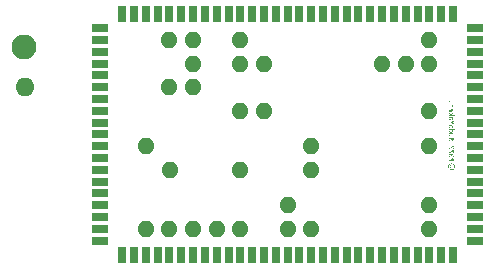
<source format=gbs>
G04 Layer: BottomSolderMaskLayer*
G04 EasyEDA v6.5.21, 2022-10-22 16:28:30*
G04 167bdced229c4b2ca01845534b4d4eab,294cf934c43b457281b0b0dcd80bbfec,10*
G04 Gerber Generator version 0.2*
G04 Scale: 100 percent, Rotated: No, Reflected: No *
G04 Dimensions in millimeters *
G04 leading zeros omitted , absolute positions ,4 integer and 5 decimal *
%FSLAX45Y45*%
%MOMM*%

%AMMACRO1*1,1,$1,$2,$3*1,1,$1,$4,$5*1,1,$1,0-$2,0-$3*1,1,$1,0-$4,0-$5*20,1,$1,$2,$3,$4,$5,0*20,1,$1,$4,$5,0-$2,0-$3,0*20,1,$1,0-$2,0-$3,0-$4,0-$5,0*20,1,$1,0-$4,0-$5,$2,$3,0*4,1,4,$2,$3,$4,$5,0-$2,0-$3,0-$4,0-$5,$2,$3,0*%
%ADD10O,2.101596X2.101596*%
%ADD11O,1.4315948X1.4315948*%
%ADD12O,1.6015970000000002X1.6015970000000002*%
%ADD13MACRO1,0.1016X-0.3X0.6X0.3X0.6*%
%ADD14MACRO1,0.1016X-0.6X-0.3X-0.6X0.3*%
%ADD15MACRO1,0.1016X0.3X-0.6X-0.3X-0.6*%
%ADD16C,0.0131*%

%LPD*%
G36*
X2467610Y-45516D02*
G01*
X2461412Y-46075D01*
X2455875Y-47701D01*
X2450998Y-50241D01*
X2446883Y-53644D01*
X2443581Y-57708D01*
X2441143Y-62331D01*
X2439670Y-67462D01*
X2439162Y-72948D01*
X2442464Y-72948D01*
X2442921Y-68224D01*
X2444292Y-63754D01*
X2446477Y-59690D01*
X2449423Y-56184D01*
X2453030Y-53238D01*
X2457348Y-51003D01*
X2462225Y-49580D01*
X2467610Y-49072D01*
X2472893Y-49580D01*
X2477668Y-51003D01*
X2481884Y-53238D01*
X2485440Y-56184D01*
X2488336Y-59690D01*
X2490470Y-63754D01*
X2491790Y-68224D01*
X2492248Y-72948D01*
X2491790Y-77622D01*
X2490470Y-81991D01*
X2488336Y-86004D01*
X2485440Y-89560D01*
X2481884Y-92456D01*
X2477668Y-94691D01*
X2472893Y-96113D01*
X2467610Y-96570D01*
X2462225Y-96113D01*
X2457348Y-94691D01*
X2453030Y-92456D01*
X2449423Y-89509D01*
X2446477Y-86004D01*
X2444292Y-81991D01*
X2442921Y-77622D01*
X2442464Y-72948D01*
X2439162Y-72948D01*
X2439670Y-78384D01*
X2441143Y-83413D01*
X2443581Y-88036D01*
X2446883Y-92100D01*
X2450998Y-95402D01*
X2455875Y-97942D01*
X2461412Y-99568D01*
X2467610Y-100126D01*
X2473756Y-99568D01*
X2479243Y-97942D01*
X2484018Y-95402D01*
X2488031Y-92100D01*
X2491232Y-88036D01*
X2493619Y-83413D01*
X2495042Y-78384D01*
X2495550Y-72948D01*
X2495042Y-67462D01*
X2493568Y-62331D01*
X2491181Y-57708D01*
X2487930Y-53644D01*
X2483916Y-50241D01*
X2479141Y-47701D01*
X2473706Y-46075D01*
G37*
G36*
X2455672Y-60756D02*
G01*
X2453741Y-63144D01*
X2452217Y-65735D01*
X2451201Y-68681D01*
X2450846Y-72186D01*
X2451963Y-78232D01*
X2455214Y-83058D01*
X2460498Y-86258D01*
X2467610Y-87426D01*
X2474264Y-86156D01*
X2479294Y-82753D01*
X2482494Y-77774D01*
X2483612Y-71932D01*
X2483256Y-68630D01*
X2482240Y-65887D01*
X2480716Y-63550D01*
X2478786Y-61518D01*
X2475738Y-64058D01*
X2477262Y-65887D01*
X2478379Y-67665D01*
X2479040Y-69596D01*
X2479294Y-71678D01*
X2478430Y-76047D01*
X2475992Y-79400D01*
X2472334Y-81584D01*
X2467610Y-82346D01*
X2462428Y-81635D01*
X2458516Y-79552D01*
X2456027Y-76250D01*
X2455164Y-71932D01*
X2455418Y-69291D01*
X2456180Y-67005D01*
X2457399Y-64973D01*
X2458974Y-63042D01*
G37*
G36*
X2449271Y480517D02*
G01*
X2447340Y480212D01*
X2445461Y479247D01*
X2444343Y477520D01*
X2443937Y475437D01*
X2444343Y473354D01*
X2445461Y471627D01*
X2447340Y470662D01*
X2449271Y470357D01*
X2451252Y470662D01*
X2453081Y471627D01*
X2454249Y473354D01*
X2454605Y475437D01*
X2454249Y477520D01*
X2453081Y479247D01*
X2451252Y480212D01*
G37*
G36*
X2476957Y453593D02*
G01*
X2471877Y452577D01*
X2472486Y450443D01*
X2472893Y445719D01*
X2472842Y442671D01*
X2472182Y438353D01*
X2471623Y436067D01*
X2444699Y436067D01*
X2444699Y430479D01*
X2475433Y430479D01*
X2476550Y434035D01*
X2477363Y437591D01*
X2477820Y441147D01*
X2477973Y445820D01*
X2477566Y450088D01*
G37*
G36*
X2459431Y419811D02*
G01*
X2459431Y413969D01*
X2466035Y413816D01*
X2467813Y413410D01*
X2469337Y412699D01*
X2471724Y410565D01*
X2472537Y409194D01*
X2472994Y407619D01*
X2473096Y404876D01*
X2472740Y403098D01*
X2471978Y401523D01*
X2470962Y400151D01*
X2469692Y398881D01*
X2468168Y397865D01*
X2466543Y397205D01*
X2464003Y396697D01*
X2464003Y413969D01*
X2459431Y413969D01*
X2459431Y396443D01*
X2457043Y396849D01*
X2455011Y397510D01*
X2453233Y398475D01*
X2451811Y399745D01*
X2450693Y401421D01*
X2449931Y403352D01*
X2449423Y405587D01*
X2449423Y412292D01*
X2449830Y414528D01*
X2450795Y416763D01*
X2445715Y417525D01*
X2444140Y410819D01*
X2443937Y407619D01*
X2444242Y403606D01*
X2445207Y400253D01*
X2446731Y397256D01*
X2448763Y394919D01*
X2451252Y393141D01*
X2454097Y391871D01*
X2457348Y390906D01*
X2460955Y390601D01*
X2465019Y391007D01*
X2466898Y391464D01*
X2470048Y392836D01*
X2472740Y394462D01*
X2473909Y395427D01*
X2475687Y397865D01*
X2476957Y400507D01*
X2477719Y403199D01*
X2477973Y406095D01*
X2477719Y409194D01*
X2476957Y411937D01*
X2475687Y414274D01*
X2473909Y416255D01*
X2471623Y417830D01*
X2468778Y418947D01*
X2465374Y419608D01*
G37*
G36*
X2444699Y386283D02*
G01*
X2444699Y379425D01*
X2446985Y377952D01*
X2451506Y374243D01*
X2456484Y368757D01*
X2460447Y363677D01*
X2444699Y363677D01*
X2444699Y357835D01*
X2492197Y357835D01*
X2493213Y363677D01*
X2463749Y363677D01*
X2473706Y375005D01*
X2477211Y378409D01*
X2477211Y385013D01*
X2473604Y381711D01*
X2469845Y377901D01*
X2462479Y369519D01*
X2461056Y371602D01*
X2459177Y373837D01*
X2452014Y380898D01*
X2447086Y384810D01*
G37*
G36*
X2445207Y348183D02*
G01*
X2444445Y342849D01*
X2443946Y335737D01*
X2448763Y335737D01*
X2449271Y342595D01*
X2458923Y342595D01*
X2459685Y339801D01*
X2459634Y334772D01*
X2459126Y331825D01*
X2458059Y329539D01*
X2457145Y328625D01*
X2455976Y328066D01*
X2454351Y327863D01*
X2451760Y328371D01*
X2450795Y329031D01*
X2450033Y329895D01*
X2449118Y332486D01*
X2448763Y335737D01*
X2443946Y335737D01*
X2444445Y330657D01*
X2445969Y326339D01*
X2447442Y324510D01*
X2449271Y323037D01*
X2451557Y322275D01*
X2454351Y322021D01*
X2456942Y322326D01*
X2459177Y323291D01*
X2460853Y324561D01*
X2462225Y326339D01*
X2463292Y328422D01*
X2464003Y330657D01*
X2464409Y333197D01*
X2464358Y339242D01*
X2463749Y342595D01*
X2466746Y342493D01*
X2469489Y341731D01*
X2470607Y341071D01*
X2471674Y339953D01*
X2472385Y338531D01*
X2472944Y336804D01*
X2473147Y334721D01*
X2473045Y331876D01*
X2471877Y326085D01*
X2476703Y325323D01*
X2477160Y326999D01*
X2477871Y332130D01*
X2477973Y335229D01*
X2477719Y338531D01*
X2476957Y341325D01*
X2475992Y343611D01*
X2474671Y345389D01*
X2472791Y346659D01*
X2468219Y347980D01*
X2465527Y348183D01*
G37*
G36*
X2444699Y315671D02*
G01*
X2444699Y310083D01*
X2481021Y309321D01*
X2461209Y302971D01*
X2461209Y297891D01*
X2481021Y291541D01*
X2444699Y290779D01*
X2444699Y285191D01*
X2466797Y286207D01*
X2488133Y288239D01*
X2488133Y293573D01*
X2466543Y300431D01*
X2488133Y307289D01*
X2488133Y312623D01*
X2477820Y313791D01*
X2467051Y314655D01*
G37*
G36*
X2460955Y280111D02*
G01*
X2457348Y279857D01*
X2454097Y279095D01*
X2451150Y277723D01*
X2448763Y276047D01*
X2446731Y273812D01*
X2445207Y271221D01*
X2444242Y268376D01*
X2443937Y265379D01*
X2449271Y265379D01*
X2449474Y267309D01*
X2450033Y268986D01*
X2450998Y270459D01*
X2452319Y271729D01*
X2454097Y272846D01*
X2456129Y273659D01*
X2458415Y274116D01*
X2460955Y274269D01*
X2463596Y274116D01*
X2465933Y273659D01*
X2467914Y272846D01*
X2471064Y270459D01*
X2472080Y268986D01*
X2472690Y267309D01*
X2472893Y265379D01*
X2472690Y263448D01*
X2472080Y261772D01*
X2471064Y260299D01*
X2469591Y259029D01*
X2467914Y258013D01*
X2465933Y257302D01*
X2463596Y256895D01*
X2460955Y256743D01*
X2458415Y256895D01*
X2456129Y257302D01*
X2454097Y258013D01*
X2452319Y259029D01*
X2450998Y260299D01*
X2450033Y261772D01*
X2449474Y263448D01*
X2449271Y265379D01*
X2443937Y265379D01*
X2444242Y262280D01*
X2445207Y259537D01*
X2446731Y256946D01*
X2448763Y254711D01*
X2451150Y253085D01*
X2454097Y251663D01*
X2457348Y250901D01*
X2460955Y250647D01*
X2464663Y250901D01*
X2468067Y251663D01*
X2470912Y253085D01*
X2473401Y254711D01*
X2475230Y256946D01*
X2476703Y259537D01*
X2477668Y262280D01*
X2477973Y265379D01*
X2477668Y268376D01*
X2476703Y271221D01*
X2475280Y273812D01*
X2473401Y276047D01*
X2470912Y277723D01*
X2468067Y279095D01*
X2464663Y279857D01*
G37*
G36*
X2445715Y243027D02*
G01*
X2444445Y238201D01*
X2443937Y231343D01*
X2449271Y231343D01*
X2449423Y235610D01*
X2449779Y237185D01*
X2470353Y237185D01*
X2471318Y235915D01*
X2472740Y232308D01*
X2472893Y230327D01*
X2472639Y228193D01*
X2471877Y226263D01*
X2470912Y224891D01*
X2469591Y223723D01*
X2465781Y222199D01*
X2460955Y221691D01*
X2458313Y221843D01*
X2456027Y222351D01*
X2453995Y223113D01*
X2452319Y224231D01*
X2450998Y225755D01*
X2450033Y227431D01*
X2449474Y229311D01*
X2449271Y231343D01*
X2443937Y231343D01*
X2444242Y227990D01*
X2445207Y224993D01*
X2446528Y222199D01*
X2448509Y219913D01*
X2450998Y218135D01*
X2453843Y216865D01*
X2457297Y215900D01*
X2460955Y215595D01*
X2464562Y215849D01*
X2467813Y216611D01*
X2470658Y217830D01*
X2473147Y219405D01*
X2475179Y221386D01*
X2476703Y223723D01*
X2477668Y226466D01*
X2477973Y229565D01*
X2477871Y232003D01*
X2477465Y234137D01*
X2475941Y237185D01*
X2492197Y237185D01*
X2493213Y243027D01*
G37*
G36*
X2445715Y207975D02*
G01*
X2444140Y199542D01*
X2443937Y195529D01*
X2444242Y192227D01*
X2445207Y189433D01*
X2446477Y187147D01*
X2448255Y185369D01*
X2450439Y184099D01*
X2452827Y183337D01*
X2455773Y182778D01*
X2458923Y182575D01*
X2477211Y182575D01*
X2477211Y188417D01*
X2457399Y188518D01*
X2455011Y188874D01*
X2453081Y189433D01*
X2451557Y190195D01*
X2450592Y191262D01*
X2449880Y192633D01*
X2449423Y194310D01*
X2449271Y199847D01*
X2449779Y202133D01*
X2477211Y202133D01*
X2477211Y207975D01*
G37*
G36*
X2455621Y173939D02*
G01*
X2452979Y173685D01*
X2450693Y172974D01*
X2448661Y171805D01*
X2446985Y170129D01*
X2445664Y168046D01*
X2444699Y165506D01*
X2444140Y162560D01*
X2444089Y155905D01*
X2444750Y152146D01*
X2446731Y146761D01*
X2451557Y148539D01*
X2449779Y152603D01*
X2449017Y155651D01*
X2448763Y159207D01*
X2448864Y161340D01*
X2449220Y163220D01*
X2449779Y164795D01*
X2450541Y166065D01*
X2451455Y167081D01*
X2452573Y167792D01*
X2453995Y168198D01*
X2456586Y168300D01*
X2458262Y167944D01*
X2459685Y167081D01*
X2460955Y165912D01*
X2463495Y162001D01*
X2467356Y153517D01*
X2470048Y150368D01*
X2471674Y149250D01*
X2474620Y148031D01*
X2476957Y147777D01*
X2479700Y148031D01*
X2482088Y148691D01*
X2484170Y149809D01*
X2485847Y151333D01*
X2487320Y153314D01*
X2488336Y155600D01*
X2488946Y158242D01*
X2489149Y162153D01*
X2488742Y165658D01*
X2487117Y171145D01*
X2486355Y172415D01*
X2481529Y170637D01*
X2483307Y166827D01*
X2483916Y164185D01*
X2484069Y161239D01*
X2483713Y158394D01*
X2482545Y155905D01*
X2481681Y154889D01*
X2480614Y154178D01*
X2479294Y153771D01*
X2476855Y153670D01*
X2474671Y154127D01*
X2472944Y155397D01*
X2471267Y157937D01*
X2467610Y165760D01*
X2466390Y167944D01*
X2465019Y169824D01*
X2462631Y172161D01*
X2460701Y173177D01*
X2458415Y173736D01*
G37*
G36*
X2444699Y104089D02*
G01*
X2444699Y77927D01*
X2446223Y77673D01*
X2449118Y77927D01*
X2451557Y78689D01*
X2456383Y81229D01*
X2460701Y84785D01*
X2468321Y92151D01*
X2471267Y94538D01*
X2474417Y96062D01*
X2475941Y96418D01*
X2477668Y96418D01*
X2479344Y96062D01*
X2481783Y94691D01*
X2483307Y92506D01*
X2483764Y90576D01*
X2483662Y86512D01*
X2483307Y85039D01*
X2481529Y81889D01*
X2479751Y79705D01*
X2483815Y76911D01*
X2485339Y78689D01*
X2487117Y81229D01*
X2488946Y86868D01*
X2489149Y89103D01*
X2488946Y92202D01*
X2488336Y94894D01*
X2487320Y97180D01*
X2485847Y99009D01*
X2484170Y100482D01*
X2482088Y101498D01*
X2479700Y102108D01*
X2475839Y102260D01*
X2473706Y101904D01*
X2471623Y101041D01*
X2465527Y96824D01*
X2454351Y86461D01*
X2450795Y84277D01*
X2449525Y84023D01*
X2449525Y104089D01*
G37*
G36*
X2444699Y69037D02*
G01*
X2444699Y42875D01*
X2446223Y42621D01*
X2449118Y42875D01*
X2451557Y43637D01*
X2456383Y46177D01*
X2460701Y49733D01*
X2469845Y58521D01*
X2471267Y59639D01*
X2474417Y61010D01*
X2475941Y61366D01*
X2477668Y61417D01*
X2479344Y61163D01*
X2481224Y60096D01*
X2482291Y59131D01*
X2483561Y56845D01*
X2483815Y54813D01*
X2483561Y50749D01*
X2483002Y49276D01*
X2481173Y46431D01*
X2479751Y44653D01*
X2483815Y41859D01*
X2485339Y43637D01*
X2487117Y46177D01*
X2488946Y51816D01*
X2489149Y54051D01*
X2488946Y57251D01*
X2488336Y59943D01*
X2487320Y62179D01*
X2485847Y63957D01*
X2484170Y65430D01*
X2482088Y66446D01*
X2479700Y67056D01*
X2475839Y67208D01*
X2473706Y66852D01*
X2471623Y65989D01*
X2468575Y64211D01*
X2462580Y59080D01*
X2456637Y53340D01*
X2454351Y51409D01*
X2452065Y49987D01*
X2450795Y49428D01*
X2449525Y49225D01*
X2449525Y69037D01*
G37*
G36*
X2466543Y34747D02*
G01*
X2461412Y34493D01*
X2456891Y33782D01*
X2453030Y32613D01*
X2449779Y30937D01*
X2447239Y28956D01*
X2445410Y26568D01*
X2444292Y23774D01*
X2443937Y20523D01*
X2449017Y20523D01*
X2449322Y22606D01*
X2450287Y24333D01*
X2452014Y25857D01*
X2454097Y26873D01*
X2456637Y27787D01*
X2463038Y28803D01*
X2468321Y28905D01*
X2471623Y28651D01*
X2474722Y28143D01*
X2477516Y27381D01*
X2479852Y26416D01*
X2481732Y25146D01*
X2483104Y23520D01*
X2483764Y21640D01*
X2483764Y19304D01*
X2483104Y17272D01*
X2481732Y15646D01*
X2479852Y14376D01*
X2477516Y13462D01*
X2474722Y12700D01*
X2471623Y12192D01*
X2468321Y11938D01*
X2464816Y11938D01*
X2461361Y12192D01*
X2458110Y12700D01*
X2455316Y13462D01*
X2453030Y14376D01*
X2451100Y15646D01*
X2449728Y17272D01*
X2449118Y19304D01*
X2449017Y20523D01*
X2443937Y20523D01*
X2444292Y17272D01*
X2445410Y14427D01*
X2447239Y11938D01*
X2449779Y9855D01*
X2453030Y8178D01*
X2456891Y7010D01*
X2461412Y6299D01*
X2466543Y6045D01*
X2471674Y6299D01*
X2476195Y7010D01*
X2480056Y8178D01*
X2483307Y9855D01*
X2485898Y11938D01*
X2487676Y14427D01*
X2488793Y17272D01*
X2489149Y20523D01*
X2488793Y23774D01*
X2487676Y26568D01*
X2485898Y28956D01*
X2483307Y30937D01*
X2480056Y32613D01*
X2476195Y33782D01*
X2471674Y34493D01*
G37*
G36*
X2467305Y24587D02*
G01*
X2465476Y24282D01*
X2464003Y23317D01*
X2463038Y22098D01*
X2462733Y20523D01*
X2463038Y18897D01*
X2464003Y17475D01*
X2465476Y16713D01*
X2467305Y16459D01*
X2468981Y16713D01*
X2470353Y17475D01*
X2471521Y18897D01*
X2471877Y20523D01*
X2471521Y22098D01*
X2469692Y23876D01*
X2468168Y24536D01*
G37*
G36*
X2444699Y-1066D02*
G01*
X2444699Y-27228D01*
X2447696Y-27178D01*
X2450388Y-26670D01*
X2455214Y-24384D01*
X2459685Y-21234D01*
X2468321Y-12750D01*
X2471267Y-10464D01*
X2474417Y-8940D01*
X2475941Y-8686D01*
X2478582Y-8788D01*
X2480005Y-9194D01*
X2481224Y-9804D01*
X2482291Y-10718D01*
X2483561Y-13004D01*
X2483815Y-15290D01*
X2483561Y-19354D01*
X2482291Y-21894D01*
X2479751Y-25196D01*
X2483815Y-27990D01*
X2484983Y-26924D01*
X2486710Y-24434D01*
X2488742Y-19202D01*
X2489098Y-17170D01*
X2488946Y-12852D01*
X2488336Y-10058D01*
X2487320Y-7772D01*
X2485847Y-5892D01*
X2484170Y-4419D01*
X2482088Y-3403D01*
X2479700Y-2794D01*
X2475839Y-2641D01*
X2473706Y-3149D01*
X2471623Y-4013D01*
X2469591Y-5181D01*
X2464511Y-9194D01*
X2455113Y-18084D01*
X2451455Y-20421D01*
X2449525Y-20878D01*
X2449525Y-1066D01*
G37*
D10*
G01*
X-1151011Y942431D03*
D11*
G01*
X1279006Y-600059D03*
G01*
X1279006Y99938D03*
G01*
X1279006Y-100060D03*
G01*
X1079007Y-400060D03*
G01*
X1079007Y-600059D03*
G01*
X679008Y-100060D03*
G01*
X679008Y-600059D03*
G01*
X479008Y-600059D03*
G01*
X279008Y-600059D03*
G01*
X79009Y-600059D03*
G01*
X-121015Y-600059D03*
G01*
X2279004Y-600059D03*
G01*
X79009Y999937D03*
G01*
X279008Y999937D03*
D12*
G01*
X-1146007Y602427D03*
D11*
G01*
X79009Y599937D03*
G01*
X279008Y599937D03*
G01*
X279008Y799937D03*
G01*
X2079005Y799937D03*
G01*
X1879005Y799937D03*
G01*
X679008Y399938D03*
G01*
X679008Y999937D03*
G01*
X679008Y799937D03*
G01*
X879007Y799937D03*
G01*
X879007Y399938D03*
G01*
X2279004Y799937D03*
G01*
X2279004Y999937D03*
G01*
X2279004Y-400060D03*
G01*
X2279004Y99938D03*
G01*
X2279004Y399938D03*
G01*
X-119999Y99989D03*
G01*
X87340Y-100060D03*
D13*
G01*
X-321005Y1219926D03*
D14*
G01*
X-511004Y1099926D03*
D13*
G01*
X-221005Y1219921D03*
G01*
X-121005Y1219916D03*
G01*
X-21005Y1219911D03*
G01*
X278993Y1219895D03*
G01*
X178993Y1219901D03*
G01*
X78993Y1219906D03*
G01*
X678992Y1219875D03*
G01*
X778992Y1219870D03*
G01*
X878992Y1219865D03*
G01*
X578992Y1219880D03*
G01*
X478983Y1219875D03*
G01*
X378993Y1219890D03*
G01*
X1578990Y1219829D03*
G01*
X1678990Y1219824D03*
G01*
X1778990Y1219819D03*
G01*
X2078989Y1219804D03*
G01*
X1978990Y1219809D03*
G01*
X1878990Y1219814D03*
G01*
X1379004Y1219931D03*
G01*
X1479006Y1219926D03*
G01*
X1279004Y1219946D03*
G01*
X1178991Y1219850D03*
G01*
X1078992Y1219855D03*
G01*
X978992Y1219860D03*
G01*
X2478989Y1219784D03*
G01*
X2378989Y1219789D03*
G01*
X2278989Y1219794D03*
G01*
X2178989Y1219799D03*
D14*
G01*
X-511004Y999947D03*
G01*
X-511004Y899942D03*
G01*
X-511004Y799937D03*
G01*
X-511004Y699932D03*
G01*
X-511004Y599927D03*
G01*
X-510994Y-200032D03*
G01*
X-510994Y-300037D03*
G01*
X-510994Y-43D03*
G01*
X-510994Y399950D03*
G01*
X-510994Y299946D03*
G01*
X-510994Y199971D03*
G01*
X-510994Y99966D03*
G01*
X-510994Y499958D03*
G01*
X-511002Y-100042D03*
G01*
X-511004Y-400121D03*
G01*
X-511004Y-500125D03*
G01*
X-511004Y-600130D03*
G01*
X-511004Y-700135D03*
D15*
G01*
X-321005Y-820079D03*
D13*
G01*
X2178989Y-820206D03*
G01*
X2278989Y-820211D03*
G01*
X2378989Y-820216D03*
G01*
X2478989Y-820221D03*
G01*
X978992Y-820145D03*
G01*
X1078992Y-820150D03*
G01*
X1178991Y-820155D03*
G01*
X1478991Y-820171D03*
G01*
X1378991Y-820165D03*
G01*
X1278991Y-820160D03*
G01*
X1878990Y-820191D03*
G01*
X2079012Y-820061D03*
G01*
X1979013Y-820066D03*
G01*
X1778990Y-820186D03*
G01*
X1678990Y-820181D03*
G01*
X1578990Y-820176D03*
G01*
X378993Y-820115D03*
G01*
X478993Y-820120D03*
G01*
X578992Y-820125D03*
G01*
X878992Y-820140D03*
G01*
X778992Y-820135D03*
G01*
X678992Y-820130D03*
G01*
X78993Y-820099D03*
G01*
X178993Y-820105D03*
G01*
X278993Y-820110D03*
G01*
X-21005Y-820094D03*
G01*
X-121005Y-820089D03*
G01*
X-221005Y-820084D03*
D14*
G01*
X2668998Y-700140D03*
G01*
X2668998Y-600135D03*
G01*
X2668998Y-500131D03*
G01*
X2668998Y-400126D03*
G01*
X2668998Y-300121D03*
G01*
X2668998Y-200116D03*
G01*
X2668998Y-100111D03*
G01*
X2668998Y-106D03*
G01*
X2668998Y99898D03*
G01*
X2668998Y199903D03*
G01*
X2668998Y299907D03*
G01*
X2668998Y399912D03*
G01*
X2668998Y499917D03*
G01*
X2668998Y599922D03*
G01*
X2668998Y699927D03*
G01*
X2668998Y799932D03*
G01*
X2668998Y899937D03*
G01*
X2668998Y999942D03*
G01*
X2668998Y1099947D03*
M02*

</source>
